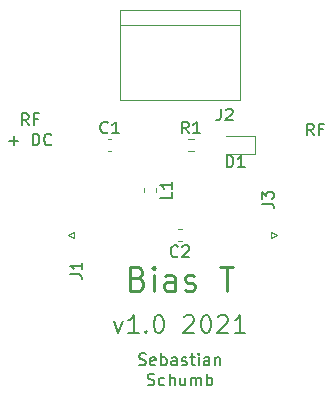
<source format=gbr>
%TF.GenerationSoftware,KiCad,Pcbnew,5.1.10*%
%TF.CreationDate,2021-09-21T21:49:25+02:00*%
%TF.ProjectId,bias-t,62696173-2d74-42e6-9b69-6361645f7063,rev?*%
%TF.SameCoordinates,Original*%
%TF.FileFunction,Legend,Top*%
%TF.FilePolarity,Positive*%
%FSLAX46Y46*%
G04 Gerber Fmt 4.6, Leading zero omitted, Abs format (unit mm)*
G04 Created by KiCad (PCBNEW 5.1.10) date 2021-09-21 21:49:25*
%MOMM*%
%LPD*%
G01*
G04 APERTURE LIST*
%ADD10C,0.200000*%
%ADD11C,0.250000*%
%ADD12C,0.120000*%
G04 APERTURE END LIST*
D10*
X134977619Y-99884761D02*
X135120476Y-99932380D01*
X135358571Y-99932380D01*
X135453809Y-99884761D01*
X135501428Y-99837142D01*
X135549047Y-99741904D01*
X135549047Y-99646666D01*
X135501428Y-99551428D01*
X135453809Y-99503809D01*
X135358571Y-99456190D01*
X135168095Y-99408571D01*
X135072857Y-99360952D01*
X135025238Y-99313333D01*
X134977619Y-99218095D01*
X134977619Y-99122857D01*
X135025238Y-99027619D01*
X135072857Y-98980000D01*
X135168095Y-98932380D01*
X135406190Y-98932380D01*
X135549047Y-98980000D01*
X136358571Y-99884761D02*
X136263333Y-99932380D01*
X136072857Y-99932380D01*
X135977619Y-99884761D01*
X135930000Y-99789523D01*
X135930000Y-99408571D01*
X135977619Y-99313333D01*
X136072857Y-99265714D01*
X136263333Y-99265714D01*
X136358571Y-99313333D01*
X136406190Y-99408571D01*
X136406190Y-99503809D01*
X135930000Y-99599047D01*
X136834761Y-99932380D02*
X136834761Y-98932380D01*
X136834761Y-99313333D02*
X136930000Y-99265714D01*
X137120476Y-99265714D01*
X137215714Y-99313333D01*
X137263333Y-99360952D01*
X137310952Y-99456190D01*
X137310952Y-99741904D01*
X137263333Y-99837142D01*
X137215714Y-99884761D01*
X137120476Y-99932380D01*
X136930000Y-99932380D01*
X136834761Y-99884761D01*
X138168095Y-99932380D02*
X138168095Y-99408571D01*
X138120476Y-99313333D01*
X138025238Y-99265714D01*
X137834761Y-99265714D01*
X137739523Y-99313333D01*
X138168095Y-99884761D02*
X138072857Y-99932380D01*
X137834761Y-99932380D01*
X137739523Y-99884761D01*
X137691904Y-99789523D01*
X137691904Y-99694285D01*
X137739523Y-99599047D01*
X137834761Y-99551428D01*
X138072857Y-99551428D01*
X138168095Y-99503809D01*
X138596666Y-99884761D02*
X138691904Y-99932380D01*
X138882380Y-99932380D01*
X138977619Y-99884761D01*
X139025238Y-99789523D01*
X139025238Y-99741904D01*
X138977619Y-99646666D01*
X138882380Y-99599047D01*
X138739523Y-99599047D01*
X138644285Y-99551428D01*
X138596666Y-99456190D01*
X138596666Y-99408571D01*
X138644285Y-99313333D01*
X138739523Y-99265714D01*
X138882380Y-99265714D01*
X138977619Y-99313333D01*
X139310952Y-99265714D02*
X139691904Y-99265714D01*
X139453809Y-98932380D02*
X139453809Y-99789523D01*
X139501428Y-99884761D01*
X139596666Y-99932380D01*
X139691904Y-99932380D01*
X140025238Y-99932380D02*
X140025238Y-99265714D01*
X140025238Y-98932380D02*
X139977619Y-98980000D01*
X140025238Y-99027619D01*
X140072857Y-98980000D01*
X140025238Y-98932380D01*
X140025238Y-99027619D01*
X140930000Y-99932380D02*
X140930000Y-99408571D01*
X140882380Y-99313333D01*
X140787142Y-99265714D01*
X140596666Y-99265714D01*
X140501428Y-99313333D01*
X140930000Y-99884761D02*
X140834761Y-99932380D01*
X140596666Y-99932380D01*
X140501428Y-99884761D01*
X140453809Y-99789523D01*
X140453809Y-99694285D01*
X140501428Y-99599047D01*
X140596666Y-99551428D01*
X140834761Y-99551428D01*
X140930000Y-99503809D01*
X141406190Y-99265714D02*
X141406190Y-99932380D01*
X141406190Y-99360952D02*
X141453809Y-99313333D01*
X141549047Y-99265714D01*
X141691904Y-99265714D01*
X141787142Y-99313333D01*
X141834761Y-99408571D01*
X141834761Y-99932380D01*
X135691904Y-101584761D02*
X135834761Y-101632380D01*
X136072857Y-101632380D01*
X136168095Y-101584761D01*
X136215714Y-101537142D01*
X136263333Y-101441904D01*
X136263333Y-101346666D01*
X136215714Y-101251428D01*
X136168095Y-101203809D01*
X136072857Y-101156190D01*
X135882380Y-101108571D01*
X135787142Y-101060952D01*
X135739523Y-101013333D01*
X135691904Y-100918095D01*
X135691904Y-100822857D01*
X135739523Y-100727619D01*
X135787142Y-100680000D01*
X135882380Y-100632380D01*
X136120476Y-100632380D01*
X136263333Y-100680000D01*
X137120476Y-101584761D02*
X137025238Y-101632380D01*
X136834761Y-101632380D01*
X136739523Y-101584761D01*
X136691904Y-101537142D01*
X136644285Y-101441904D01*
X136644285Y-101156190D01*
X136691904Y-101060952D01*
X136739523Y-101013333D01*
X136834761Y-100965714D01*
X137025238Y-100965714D01*
X137120476Y-101013333D01*
X137549047Y-101632380D02*
X137549047Y-100632380D01*
X137977619Y-101632380D02*
X137977619Y-101108571D01*
X137930000Y-101013333D01*
X137834761Y-100965714D01*
X137691904Y-100965714D01*
X137596666Y-101013333D01*
X137549047Y-101060952D01*
X138882380Y-100965714D02*
X138882380Y-101632380D01*
X138453809Y-100965714D02*
X138453809Y-101489523D01*
X138501428Y-101584761D01*
X138596666Y-101632380D01*
X138739523Y-101632380D01*
X138834761Y-101584761D01*
X138882380Y-101537142D01*
X139358571Y-101632380D02*
X139358571Y-100965714D01*
X139358571Y-101060952D02*
X139406190Y-101013333D01*
X139501428Y-100965714D01*
X139644285Y-100965714D01*
X139739523Y-101013333D01*
X139787142Y-101108571D01*
X139787142Y-101632380D01*
X139787142Y-101108571D02*
X139834761Y-101013333D01*
X139930000Y-100965714D01*
X140072857Y-100965714D01*
X140168095Y-101013333D01*
X140215714Y-101108571D01*
X140215714Y-101632380D01*
X140691904Y-101632380D02*
X140691904Y-100632380D01*
X140691904Y-101013333D02*
X140787142Y-100965714D01*
X140977619Y-100965714D01*
X141072857Y-101013333D01*
X141120476Y-101060952D01*
X141168095Y-101156190D01*
X141168095Y-101441904D01*
X141120476Y-101537142D01*
X141072857Y-101584761D01*
X140977619Y-101632380D01*
X140787142Y-101632380D01*
X140691904Y-101584761D01*
X132858571Y-96198571D02*
X133215714Y-97198571D01*
X133572857Y-96198571D01*
X134930000Y-97198571D02*
X134072857Y-97198571D01*
X134501428Y-97198571D02*
X134501428Y-95698571D01*
X134358571Y-95912857D01*
X134215714Y-96055714D01*
X134072857Y-96127142D01*
X135572857Y-97055714D02*
X135644285Y-97127142D01*
X135572857Y-97198571D01*
X135501428Y-97127142D01*
X135572857Y-97055714D01*
X135572857Y-97198571D01*
X136572857Y-95698571D02*
X136715714Y-95698571D01*
X136858571Y-95770000D01*
X136930000Y-95841428D01*
X137001428Y-95984285D01*
X137072857Y-96270000D01*
X137072857Y-96627142D01*
X137001428Y-96912857D01*
X136930000Y-97055714D01*
X136858571Y-97127142D01*
X136715714Y-97198571D01*
X136572857Y-97198571D01*
X136430000Y-97127142D01*
X136358571Y-97055714D01*
X136287142Y-96912857D01*
X136215714Y-96627142D01*
X136215714Y-96270000D01*
X136287142Y-95984285D01*
X136358571Y-95841428D01*
X136430000Y-95770000D01*
X136572857Y-95698571D01*
X138787142Y-95841428D02*
X138858571Y-95770000D01*
X139001428Y-95698571D01*
X139358571Y-95698571D01*
X139501428Y-95770000D01*
X139572857Y-95841428D01*
X139644285Y-95984285D01*
X139644285Y-96127142D01*
X139572857Y-96341428D01*
X138715714Y-97198571D01*
X139644285Y-97198571D01*
X140572857Y-95698571D02*
X140715714Y-95698571D01*
X140858571Y-95770000D01*
X140930000Y-95841428D01*
X141001428Y-95984285D01*
X141072857Y-96270000D01*
X141072857Y-96627142D01*
X141001428Y-96912857D01*
X140930000Y-97055714D01*
X140858571Y-97127142D01*
X140715714Y-97198571D01*
X140572857Y-97198571D01*
X140430000Y-97127142D01*
X140358571Y-97055714D01*
X140287142Y-96912857D01*
X140215714Y-96627142D01*
X140215714Y-96270000D01*
X140287142Y-95984285D01*
X140358571Y-95841428D01*
X140430000Y-95770000D01*
X140572857Y-95698571D01*
X141644285Y-95841428D02*
X141715714Y-95770000D01*
X141858571Y-95698571D01*
X142215714Y-95698571D01*
X142358571Y-95770000D01*
X142430000Y-95841428D01*
X142501428Y-95984285D01*
X142501428Y-96127142D01*
X142430000Y-96341428D01*
X141572857Y-97198571D01*
X142501428Y-97198571D01*
X143930000Y-97198571D02*
X143072857Y-97198571D01*
X143501428Y-97198571D02*
X143501428Y-95698571D01*
X143358571Y-95912857D01*
X143215714Y-96055714D01*
X143072857Y-96127142D01*
X149740952Y-80462380D02*
X149407619Y-79986190D01*
X149169523Y-80462380D02*
X149169523Y-79462380D01*
X149550476Y-79462380D01*
X149645714Y-79510000D01*
X149693333Y-79557619D01*
X149740952Y-79652857D01*
X149740952Y-79795714D01*
X149693333Y-79890952D01*
X149645714Y-79938571D01*
X149550476Y-79986190D01*
X149169523Y-79986190D01*
X150502857Y-79938571D02*
X150169523Y-79938571D01*
X150169523Y-80462380D02*
X150169523Y-79462380D01*
X150645714Y-79462380D01*
X125610952Y-79612380D02*
X125277619Y-79136190D01*
X125039523Y-79612380D02*
X125039523Y-78612380D01*
X125420476Y-78612380D01*
X125515714Y-78660000D01*
X125563333Y-78707619D01*
X125610952Y-78802857D01*
X125610952Y-78945714D01*
X125563333Y-79040952D01*
X125515714Y-79088571D01*
X125420476Y-79136190D01*
X125039523Y-79136190D01*
X126372857Y-79088571D02*
X126039523Y-79088571D01*
X126039523Y-79612380D02*
X126039523Y-78612380D01*
X126515714Y-78612380D01*
X123968095Y-80931428D02*
X124730000Y-80931428D01*
X124349047Y-81312380D02*
X124349047Y-80550476D01*
X125968095Y-81312380D02*
X125968095Y-80312380D01*
X126206190Y-80312380D01*
X126349047Y-80360000D01*
X126444285Y-80455238D01*
X126491904Y-80550476D01*
X126539523Y-80740952D01*
X126539523Y-80883809D01*
X126491904Y-81074285D01*
X126444285Y-81169523D01*
X126349047Y-81264761D01*
X126206190Y-81312380D01*
X125968095Y-81312380D01*
X127539523Y-81217142D02*
X127491904Y-81264761D01*
X127349047Y-81312380D01*
X127253809Y-81312380D01*
X127110952Y-81264761D01*
X127015714Y-81169523D01*
X126968095Y-81074285D01*
X126920476Y-80883809D01*
X126920476Y-80740952D01*
X126968095Y-80550476D01*
X127015714Y-80455238D01*
X127110952Y-80360000D01*
X127253809Y-80312380D01*
X127349047Y-80312380D01*
X127491904Y-80360000D01*
X127539523Y-80407619D01*
D11*
X134858571Y-92567142D02*
X135144285Y-92662380D01*
X135239523Y-92757619D01*
X135334761Y-92948095D01*
X135334761Y-93233809D01*
X135239523Y-93424285D01*
X135144285Y-93519523D01*
X134953809Y-93614761D01*
X134191904Y-93614761D01*
X134191904Y-91614761D01*
X134858571Y-91614761D01*
X135049047Y-91710000D01*
X135144285Y-91805238D01*
X135239523Y-91995714D01*
X135239523Y-92186190D01*
X135144285Y-92376666D01*
X135049047Y-92471904D01*
X134858571Y-92567142D01*
X134191904Y-92567142D01*
X136191904Y-93614761D02*
X136191904Y-92281428D01*
X136191904Y-91614761D02*
X136096666Y-91710000D01*
X136191904Y-91805238D01*
X136287142Y-91710000D01*
X136191904Y-91614761D01*
X136191904Y-91805238D01*
X138001428Y-93614761D02*
X138001428Y-92567142D01*
X137906190Y-92376666D01*
X137715714Y-92281428D01*
X137334761Y-92281428D01*
X137144285Y-92376666D01*
X138001428Y-93519523D02*
X137810952Y-93614761D01*
X137334761Y-93614761D01*
X137144285Y-93519523D01*
X137049047Y-93329047D01*
X137049047Y-93138571D01*
X137144285Y-92948095D01*
X137334761Y-92852857D01*
X137810952Y-92852857D01*
X138001428Y-92757619D01*
X138858571Y-93519523D02*
X139049047Y-93614761D01*
X139430000Y-93614761D01*
X139620476Y-93519523D01*
X139715714Y-93329047D01*
X139715714Y-93233809D01*
X139620476Y-93043333D01*
X139430000Y-92948095D01*
X139144285Y-92948095D01*
X138953809Y-92852857D01*
X138858571Y-92662380D01*
X138858571Y-92567142D01*
X138953809Y-92376666D01*
X139144285Y-92281428D01*
X139430000Y-92281428D01*
X139620476Y-92376666D01*
X141810952Y-91614761D02*
X142953809Y-91614761D01*
X142382380Y-93614761D02*
X142382380Y-91614761D01*
D12*
%TO.C,R1*%
X139087776Y-80757500D02*
X139597224Y-80757500D01*
X139087776Y-81802500D02*
X139597224Y-81802500D01*
%TO.C,L1*%
X136400000Y-84918733D02*
X136400000Y-85261267D01*
X135380000Y-84918733D02*
X135380000Y-85261267D01*
%TO.C,J3*%
X146150000Y-89150000D02*
X146650000Y-88900000D01*
X146150000Y-88650000D02*
X146150000Y-89150000D01*
X146650000Y-88900000D02*
X146150000Y-88650000D01*
%TO.C,J2*%
X133350000Y-71120000D02*
X143510000Y-71120000D01*
X133350000Y-69850000D02*
X133350000Y-77470000D01*
X133350000Y-77470000D02*
X143510000Y-77470000D01*
X143510000Y-77470000D02*
X143510000Y-69850000D01*
X143510000Y-69850000D02*
X133350000Y-69850000D01*
%TO.C,J1*%
X129440000Y-88650000D02*
X128940000Y-88900000D01*
X129440000Y-89150000D02*
X129440000Y-88650000D01*
X128940000Y-88900000D02*
X129440000Y-89150000D01*
%TO.C,D1*%
X142315000Y-82015000D02*
X144775000Y-82015000D01*
X144775000Y-82015000D02*
X144775000Y-80545000D01*
X144775000Y-80545000D02*
X142315000Y-80545000D01*
%TO.C,C2*%
X138576267Y-89410000D02*
X138283733Y-89410000D01*
X138576267Y-88390000D02*
X138283733Y-88390000D01*
%TO.C,C1*%
X132341233Y-80770000D02*
X132633767Y-80770000D01*
X132341233Y-81790000D02*
X132633767Y-81790000D01*
%TO.C,R1*%
D10*
X139175833Y-80302380D02*
X138842500Y-79826190D01*
X138604404Y-80302380D02*
X138604404Y-79302380D01*
X138985357Y-79302380D01*
X139080595Y-79350000D01*
X139128214Y-79397619D01*
X139175833Y-79492857D01*
X139175833Y-79635714D01*
X139128214Y-79730952D01*
X139080595Y-79778571D01*
X138985357Y-79826190D01*
X138604404Y-79826190D01*
X140128214Y-80302380D02*
X139556785Y-80302380D01*
X139842500Y-80302380D02*
X139842500Y-79302380D01*
X139747261Y-79445238D01*
X139652023Y-79540476D01*
X139556785Y-79588095D01*
%TO.C,L1*%
X137772380Y-85256666D02*
X137772380Y-85732857D01*
X136772380Y-85732857D01*
X137772380Y-84399523D02*
X137772380Y-84970952D01*
X137772380Y-84685238D02*
X136772380Y-84685238D01*
X136915238Y-84780476D01*
X137010476Y-84875714D01*
X137058095Y-84970952D01*
%TO.C,J3*%
X145352380Y-86233333D02*
X146066666Y-86233333D01*
X146209523Y-86280952D01*
X146304761Y-86376190D01*
X146352380Y-86519047D01*
X146352380Y-86614285D01*
X145352380Y-85852380D02*
X145352380Y-85233333D01*
X145733333Y-85566666D01*
X145733333Y-85423809D01*
X145780952Y-85328571D01*
X145828571Y-85280952D01*
X145923809Y-85233333D01*
X146161904Y-85233333D01*
X146257142Y-85280952D01*
X146304761Y-85328571D01*
X146352380Y-85423809D01*
X146352380Y-85709523D01*
X146304761Y-85804761D01*
X146257142Y-85852380D01*
%TO.C,J2*%
X141906666Y-78192380D02*
X141906666Y-78906666D01*
X141859047Y-79049523D01*
X141763809Y-79144761D01*
X141620952Y-79192380D01*
X141525714Y-79192380D01*
X142335238Y-78287619D02*
X142382857Y-78240000D01*
X142478095Y-78192380D01*
X142716190Y-78192380D01*
X142811428Y-78240000D01*
X142859047Y-78287619D01*
X142906666Y-78382857D01*
X142906666Y-78478095D01*
X142859047Y-78620952D01*
X142287619Y-79192380D01*
X142906666Y-79192380D01*
%TO.C,J1*%
X129142380Y-92233333D02*
X129856666Y-92233333D01*
X129999523Y-92280952D01*
X130094761Y-92376190D01*
X130142380Y-92519047D01*
X130142380Y-92614285D01*
X130142380Y-91233333D02*
X130142380Y-91804761D01*
X130142380Y-91519047D02*
X129142380Y-91519047D01*
X129285238Y-91614285D01*
X129380476Y-91709523D01*
X129428095Y-91804761D01*
%TO.C,D1*%
X142376904Y-83162380D02*
X142376904Y-82162380D01*
X142615000Y-82162380D01*
X142757857Y-82210000D01*
X142853095Y-82305238D01*
X142900714Y-82400476D01*
X142948333Y-82590952D01*
X142948333Y-82733809D01*
X142900714Y-82924285D01*
X142853095Y-83019523D01*
X142757857Y-83114761D01*
X142615000Y-83162380D01*
X142376904Y-83162380D01*
X143900714Y-83162380D02*
X143329285Y-83162380D01*
X143615000Y-83162380D02*
X143615000Y-82162380D01*
X143519761Y-82305238D01*
X143424523Y-82400476D01*
X143329285Y-82448095D01*
%TO.C,C2*%
X138263333Y-90687142D02*
X138215714Y-90734761D01*
X138072857Y-90782380D01*
X137977619Y-90782380D01*
X137834761Y-90734761D01*
X137739523Y-90639523D01*
X137691904Y-90544285D01*
X137644285Y-90353809D01*
X137644285Y-90210952D01*
X137691904Y-90020476D01*
X137739523Y-89925238D01*
X137834761Y-89830000D01*
X137977619Y-89782380D01*
X138072857Y-89782380D01*
X138215714Y-89830000D01*
X138263333Y-89877619D01*
X138644285Y-89877619D02*
X138691904Y-89830000D01*
X138787142Y-89782380D01*
X139025238Y-89782380D01*
X139120476Y-89830000D01*
X139168095Y-89877619D01*
X139215714Y-89972857D01*
X139215714Y-90068095D01*
X139168095Y-90210952D01*
X138596666Y-90782380D01*
X139215714Y-90782380D01*
%TO.C,C1*%
X132320833Y-80207142D02*
X132273214Y-80254761D01*
X132130357Y-80302380D01*
X132035119Y-80302380D01*
X131892261Y-80254761D01*
X131797023Y-80159523D01*
X131749404Y-80064285D01*
X131701785Y-79873809D01*
X131701785Y-79730952D01*
X131749404Y-79540476D01*
X131797023Y-79445238D01*
X131892261Y-79350000D01*
X132035119Y-79302380D01*
X132130357Y-79302380D01*
X132273214Y-79350000D01*
X132320833Y-79397619D01*
X133273214Y-80302380D02*
X132701785Y-80302380D01*
X132987500Y-80302380D02*
X132987500Y-79302380D01*
X132892261Y-79445238D01*
X132797023Y-79540476D01*
X132701785Y-79588095D01*
%TD*%
M02*

</source>
